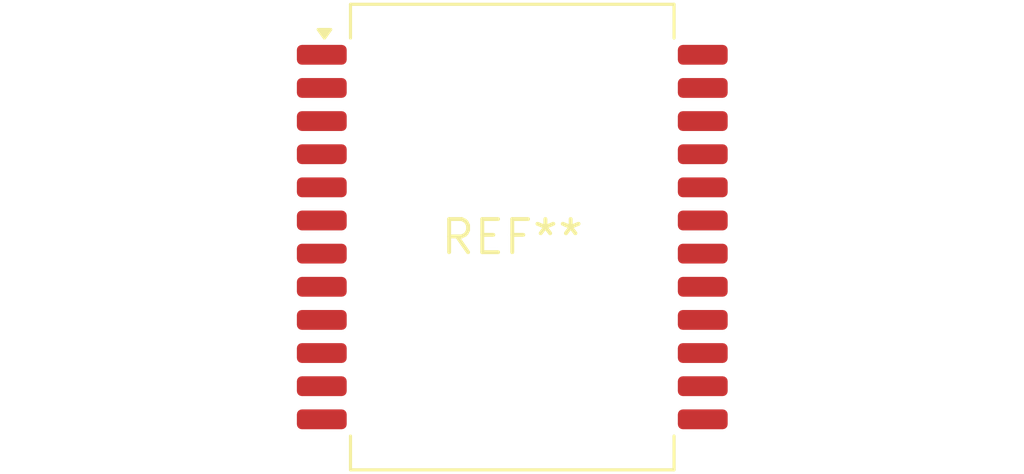
<source format=kicad_pcb>
(kicad_pcb (version 20240108) (generator pcbnew)
  (layers (0 "F.Cu" signal) (31 "B.Cu" signal) (34 "B.Paste" user) (35 "F.Paste" user) (36 "B.SilkS" user "B.Silkscreen") (37 "F.SilkS" user "F.Silkscreen") (38 "B.Mask" user) (39 "F.Mask" user) (44 "Edge.Cuts" user))
  (net 0 "")
  (footprint "Transformer_Ethernet_Bourns_PT61020EL" (layer "F.Cu") (at 0 0)
    (property "Reference" "REF**")
    (property "Value" "Transformer_Ethernet_Bourns_PT61020EL")
    (fp_line (start -6.2 -8.92) (end -6.2 -7.625) (layer "F.SilkS") (stroke (width 0.12)))
    (fp_line (start -6.2 -8.92) (end 6.2 -8.92) (layer "F.SilkS") (stroke (width 0.12)))
    (fp_line (start -6.2 7.625) (end -6.2 8.92) (layer "F.SilkS") (stroke (width 0.12)))
    (fp_line (start -6.2 8.92) (end 6.2 8.92) (layer "F.SilkS") (stroke (width 0.12)))
    (fp_line (start 6.2 -8.92) (end 6.2 -7.625) (layer "F.SilkS") (stroke (width 0.12)))
    (fp_line (start 6.2 7.625) (end 6.2 8.92) (layer "F.SilkS") (stroke (width 0.12)))
    (fp_poly (pts (xy -7.1975 -7.625) (xy -7.4375 -7.955) (xy -6.9575 -7.955) (xy -7.1975 -7.625)) (layer "F.SilkS") (stroke (width 0.12)) (fill solid))
    (pad "1" smd roundrect (at -7.3 -6.985) (size 1.91 0.76) (layers "F.Cu" "F.Paste" "F.Mask"))
    (pad "2" smd roundrect (at -7.3 -5.715) (size 1.91 0.76) (layers "F.Cu" "F.Paste" "F.Mask"))
    (pad "3" smd roundrect (at -7.3 -4.445) (size 1.91 0.76) (layers "F.Cu" "F.Paste" "F.Mask"))
    (pad "4" smd roundrect (at -7.3 -3.175) (size 1.91 0.76) (layers "F.Cu" "F.Paste" "F.Mask"))
    (pad "5" smd roundrect (at -7.3 -1.905) (size 1.91 0.76) (layers "F.Cu" "F.Paste" "F.Mask"))
    (pad "6" smd roundrect (at -7.3 -0.635) (size 1.91 0.76) (layers "F.Cu" "F.Paste" "F.Mask"))
    (pad "7" smd roundrect (at -7.3 0.635) (size 1.91 0.76) (layers "F.Cu" "F.Paste" "F.Mask"))
    (pad "8" smd roundrect (at -7.3 1.905) (size 1.91 0.76) (layers "F.Cu" "F.Paste" "F.Mask"))
    (pad "9" smd roundrect (at -7.3 3.175) (size 1.91 0.76) (layers "F.Cu" "F.Paste" "F.Mask"))
    (pad "10" smd roundrect (at -7.3 4.445) (size 1.91 0.76) (layers "F.Cu" "F.Paste" "F.Mask"))
    (pad "11" smd roundrect (at -7.3 5.715) (size 1.91 0.76) (layers "F.Cu" "F.Paste" "F.Mask"))
    (pad "12" smd roundrect (at -7.3 6.985) (size 1.91 0.76) (layers "F.Cu" "F.Paste" "F.Mask"))
    (pad "13" smd roundrect (at 7.3 6.985) (size 1.91 0.76) (layers "F.Cu" "F.Paste" "F.Mask"))
    (pad "14" smd roundrect (at 7.3 5.715) (size 1.91 0.76) (layers "F.Cu" "F.Paste" "F.Mask"))
    (pad "15" smd roundrect (at 7.3 4.445) (size 1.91 0.76) (layers "F.Cu" "F.Paste" "F.Mask"))
    (pad "16" smd roundrect (at 7.3 3.175) (size 1.91 0.76) (layers "F.Cu" "F.Paste" "F.Mask"))
    (pad "17" smd roundrect (at 7.3 1.905) (size 1.91 0.76) (layers "F.Cu" "F.Paste" "F.Mask"))
    (pad "18" smd roundrect (at 7.3 0.635) (size 1.91 0.76) (layers "F.Cu" "F.Paste" "F.Mask"))
    (pad "19" smd roundrect (at 7.3 -0.635) (size 1.91 0.76) (layers "F.Cu" "F.Paste" "F.Mask"))
    (pad "20" smd roundrect (at 7.3 -1.905) (size 1.91 0.76) (layers "F.Cu" "F.Paste" "F.Mask"))
    (pad "21" smd roundrect (at 7.3 -3.175) (size 1.91 0.76) (layers "F.Cu" "F.Paste" "F.Mask"))
    (pad "22" smd roundrect (at 7.3 -4.445) (size 1.91 0.76) (layers "F.Cu" "F.Paste" "F.Mask"))
    (pad "23" smd roundrect (at 7.3 -5.715) (size 1.91 0.76) (layers "F.Cu" "F.Paste" "F.Mask"))
    (pad "24" smd roundrect (at 7.3 -6.985) (size 1.91 0.76) (layers "F.Cu" "F.Paste" "F.Mask"))
  )
)
</source>
